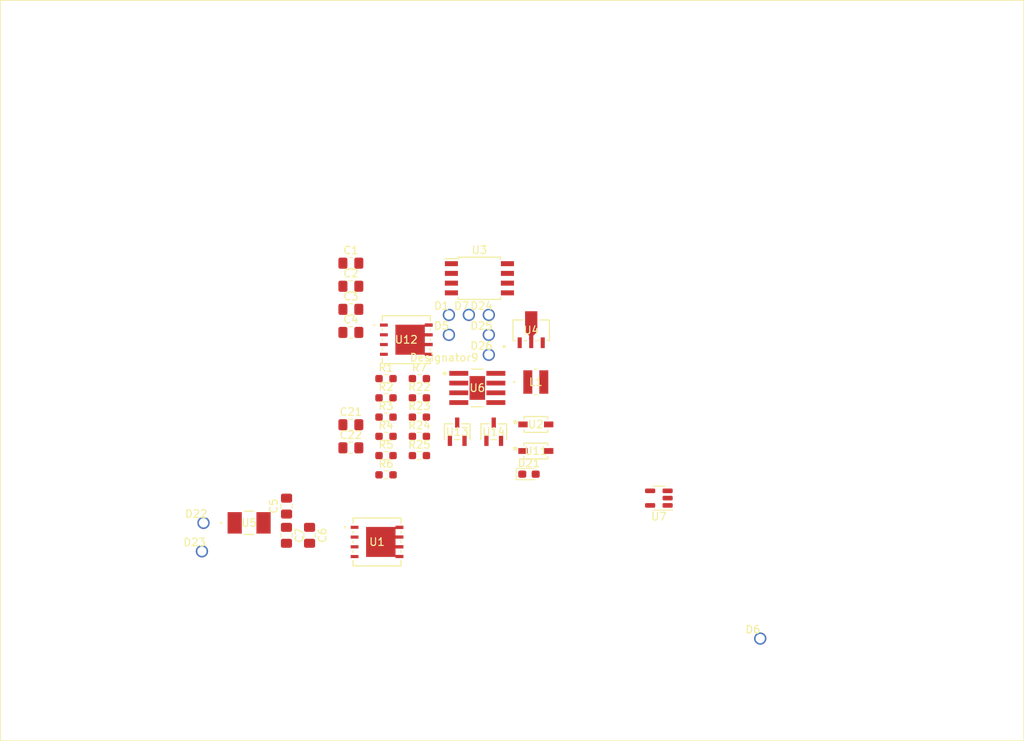
<source format=kicad_pcb>
(kicad_pcb (version 20221018) (generator pcbnew)
  (layers (0 "F.Cu" signal) (31 "B.Cu" signal) (34 "B.Paste" user) (35 "F.Paste" user) (36 "B.SilkS" user "B.Silkscreen") (37 "F.SilkS" user "F.Silkscreen") (38 "B.Mask" user) (39 "F.Mask" user) (44 "Edge.Cuts" user))
  (net 0 "")
  (net 1 "GND1")
  (net 2 "Net-(D22-Conn)")
  (net 3 "Net-(U6-BST)")
  (net 4 "Net-(U6-SW)")
  (net 5 "Net-(D21-K)")
  (net 6 "Net-(D21-A)")
  (net 7 "Net-(U7-+)")
  (net 8 "Net-(U3-PB2)")
  (net 9 "Net-(U11-CATHODE)")
  (net 10 "Net-(U13-D)")
  (net 11 "Net-(D25-Conn)")
  (net 12 "Net-(D24-Conn)")
  (net 13 "Net-(D5-Conn)")
  (net 14 "Net-(U6-EN_UVLO)")
  (net 15 "Net-(U3-VCC)")
  (net 16 "Net-(D6-Conn)")
  (net 17 "Net-(U1-G)")
  (net 18 "Net-(U6-RON)")
  (net 19 "Net-(U6-FB)")
  (net 20 "Net-(U11-ANODE)")
  (net 21 "Net-(U3-XTAL2{slash}PB4)")
  (footprint "Package_SO:SOIC-8W_5.3x5.3mm_P1.27mm" (layer "F.Cu") (at 125.9184 89.5728)
    (fp_text reference "U3" (at 0 -3.68) (layer "F.SilkS"))
    (fp_text value "ATtiny25-20S")
    (fp_line (start -2.75 -2.755) (end -2.75 -2.55) (stroke (width 0.15)) (layer "F.SilkS"))
    (fp_line (start -2.75 -2.755) (end 2.75 -2.755) (stroke (width 0.15)) (layer "F.SilkS"))
    (fp_line (start -2.75 -2.55) (end -4.5 -2.55) (stroke (width 0.15)) (layer "F.SilkS"))
    (fp_line (start -2.75 2.755) (end -2.75 2.455) (stroke (width 0.15)) (layer "F.SilkS"))
    (fp_line (start -2.75 2.755) (end 2.75 2.755) (stroke (width 0.15)) (layer "F.SilkS"))
    (fp_line (start 2.75 -2.755) (end 2.75 -2.455) (stroke (width 0.15)) (layer "F.SilkS"))
    (fp_line (start 2.75 2.755) (end 2.75 2.455) (stroke (width 0.15)) (layer "F.SilkS"))
    (pad "1" smd rect (at -3.65 -1.905) (size 1.7 0.65) (layers "F.Cu" "F.Paste" "F.Mask"))
    (pad "2" smd rect (at -3.65 -0.635) (size 1.7 0.65) (layers "F.Cu" "F.Paste" "F.Mask") (net 11 "Net-(D25-Conn)"))
    (pad "3" smd rect (at -3.65 0.635) (size 1.7 0.65) (layers "F.Cu" "F.Paste" "F.Mask") (net 21 "Net-(U3-XTAL2{slash}PB4)"))
    (pad "4" smd rect (at -3.65 1.905) (size 1.7 0.65) (layers "F.Cu" "F.Paste" "F.Mask"))
    (pad "5" smd rect (at 3.65 1.905) (size 1.7 0.65) (layers "F.Cu" "F.Paste" "F.Mask"))
    (pad "6" smd rect (at 3.65 0.635) (size 1.7 0.65) (layers "F.Cu" "F.Paste" "F.Mask"))
    (pad "7" smd rect (at 3.65 -0.635) (size 1.7 0.65) (layers "F.Cu" "F.Paste" "F.Mask") (net 8 "Net-(U3-PB2)"))
    (pad "8" smd rect (at 3.65 -1.905) (size 1.7 0.65) (layers "F.Cu" "F.Paste" "F.Mask") (net 15 "Net-(U3-VCC)"))
  )
  (footprint "Wire_holes:WireHole_1p2" (layer "F.Cu") (at 89.7636 125.1712)
    (fp_text reference "D23" (at -0.95298 -1.169382 unlocked) (layer "F.SilkS"))
    (fp_text value "WireHole_1p5")
    (pad "1" thru_hole circle (at 0 0) (size 1.6 1.6) (drill 1.2) (layers "*.Cu" "*.Mask") (net 1 "GND1"))
  )
  (footprint "Resistor_SMD:R_0603_1608Metric_Pad0.98x0.95mm_HandSolder" (layer "F.Cu") (at 118.0984 105.1628)
    (fp_text reference "R22" (at 0 -1.43) (layer "F.SilkS"))
    (fp_text value "R")
    (fp_line (start -0.254724 -0.5225) (end 0.254724 -0.5225) (stroke (width 0.12)) (layer "F.SilkS"))
    (fp_line (start -0.254724 0.5225) (end 0.254724 0.5225) (stroke (width 0.12)) (layer "F.SilkS"))
    (pad "1" smd roundrect (at -0.9125 0) (size 0.975 0.95) (layers "F.Cu" "F.Paste" "F.Mask") (net 9 "Net-(U11-CATHODE)"))
    (pad "2" smd roundrect (at 0.9125 0) (size 0.975 0.95) (layers "F.Cu" "F.Paste" "F.Mask") (net 10 "Net-(U13-D)"))
  )
  (footprint "ul_ZXTR2005ZQ-13:SOT-89_4P5X2P45_DIO" (layer "F.Cu") (at 132.666601 96.3545)
    (fp_text reference "U4" (at 0 0 unlocked) (layer "F.SilkS"))
    (fp_text value "ZXTR2005ZQ-13")
    (fp_poly (pts (xy -0.2667 1.2192) (xy -0.2667 0.6985) (xy -0.8001 0.1905) (xy -0.8001 -2.4765) (xy -0.41275 -2.4765) (xy 0.41275 -2.4765) (xy 0.8001 -2.4765) (xy 0.8001 0.1905) (xy 0.2667 0.6985) (xy 0.2667 1.2192)) (fill solid) (layer "F.Cu"))
    (fp_line (start -2.377001 -1.3462) (end -2.377001 1.3462) (stroke (width 0.1524)) (layer "F.SilkS"))
    (fp_line (start -2.377001 1.3462) (end -2.09944 1.3462) (stroke (width 0.1524)) (layer "F.SilkS"))
    (fp_line (start -1.13284 -1.3462) (end -2.377001 -1.3462) (stroke (width 0.1524)) (layer "F.SilkS"))
    (fp_line (start -0.90056 1.3462) (end -0.59944 1.3462) (stroke (width 0.1524)) (layer "F.SilkS"))
    (fp_line (start 0.59944 1.3462) (end 0.90056 1.3462) (stroke (width 0.1524)) (layer "F.SilkS"))
    (fp_line (start 2.09944 1.3462) (end 2.377001 1.3462) (stroke (width 0.1524)) (layer "F.SilkS"))
    (fp_line (start 2.377001 -1.3462) (end 1.13284 -1.3462) (stroke (width 0.1524)) (layer "F.SilkS"))
    (fp_line (start 2.377001 1.3462) (end 2.377001 -1.3462) (stroke (width 0.1524)) (layer "F.SilkS"))
    (fp_circle (center -3.520001 2.1209) (end -3.393001 2.1209) (stroke (width 0.1524)) (fill none) (layer "F.SilkS"))
    (pad "1" smd rect (at -1.5 1.6256) (size 0.5334 1.397) (layers "F.Cu" "F.Paste" "F.Mask") (net 1 "GND1"))
    (pad "2" smd rect (at 0 1.6256) (size 0.5334 1.397) (layers "F.Cu" "F.Paste" "F.Mask") (net 16 "Net-(D6-Conn)"))
    (pad "3" smd rect (at 1.5 1.6256) (size 0.5334 1.397) (layers "F.Cu" "F.Paste" "F.Mask") (net 15 "Net-(U3-VCC)"))
  )
  (footprint "ul_AO3401A:SOT-23-3L_AOS" (layer "F.Cu") (at 127.7822 109.5822)
    (fp_text reference "U14" (at 0 0 unlocked) (layer "F.SilkS"))
    (fp_text value "AO3401A")
    (fp_line (start -1.6764 -1.0287) (end -1.6764 1.0287) (stroke (width 0.1524)) (layer "F.SilkS"))
    (fp_line (start -0.61214 -1.0287) (end -1.6764 -1.0287) (stroke (width 0.1524)) (layer "F.SilkS"))
    (fp_line (start -0.34036 1.0287) (end 0.34036 1.0287) (stroke (width 0.1524)) (layer "F.SilkS"))
    (fp_line (start 1.6764 -1.0287) (end 0.61214 -1.0287) (stroke (width 0.1524)) (layer "F.SilkS"))
    (fp_line (start 1.6764 1.0287) (end 1.6764 -1.0287) (stroke (width 0.1524)) (layer "F.SilkS"))
    (pad "1" smd rect (at -0.9525 1.1938) (size 0.5588 1.3208) (layers "F.Cu" "F.Paste" "F.Mask") (net 11 "Net-(D25-Conn)"))
    (pad "2" smd rect (at 0.9525 1.1938) (size 0.5588 1.3208) (layers "F.Cu" "F.Paste" "F.Mask") (net 1 "GND1"))
    (pad "3" smd rect (at 0 -1.1938) (size 0.5588 1.3208) (layers "F.Cu" "F.Paste" "F.Mask") (net 5 "Net-(D21-K)"))
  )
  (footprint "ul_FBMH4525HM162NT:FBMH4525HM162NT_TAY" (layer "F.Cu") (at 95.9104 121.4628)
    (fp_text reference "U5" (at 0 0 unlocked) (layer "F.SilkS"))
    (fp_text value "FBMH4525HM162NT")
    (fp_line (start -0.64495 1.524) (end 0.64495 1.524) (stroke (width 0.1524)) (layer "F.SilkS"))
    (fp_line (start 0.64495 -1.524) (end -0.64495 -1.524) (stroke (width 0.1524)) (layer "F.SilkS"))
    (fp_circle (center -3.6449 0) (end -3.5687 0) (stroke (width 0.1524)) (fill none) (layer "F.SilkS"))
    (pad "1" smd rect (at -1.8796 0) (size 1.8542 2.794) (layers "F.Cu" "F.Paste" "F.Mask") (net 2 "Net-(D22-Conn)"))
    (pad "2" smd rect (at 1.8796 0) (size 1.8542 2.794) (layers "F.Cu" "F.Paste" "F.Mask") (net 14 "Net-(U6-EN_UVLO)"))
  )
  (footprint "Resistor_SMD:R_0603_1608Metric_Pad0.98x0.95mm_HandSolder" (layer "F.Cu") (at 113.7484 112.6928)
    (fp_text reference "R5" (at 0 -1.43) (layer "F.SilkS"))
    (fp_text value "R")
    (fp_line (start -0.254724 -0.5225) (end 0.254724 -0.5225) (stroke (width 0.12)) (layer "F.SilkS"))
    (fp_line (start -0.254724 0.5225) (end 0.254724 0.5225) (stroke (width 0.12)) (layer "F.SilkS"))
    (pad "1" smd roundrect (at -0.9125 0) (size 0.975 0.95) (layers "F.Cu" "F.Paste" "F.Mask") (net 8 "Net-(U3-PB2)"))
    (pad "2" smd roundrect (at 0.9125 0) (size 0.975 0.95) (layers "F.Cu" "F.Paste" "F.Mask") (net 1 "GND1"))
  )
  (footprint "Wire_holes:WireHole_1p2" (layer "F.Cu") (at 127.1434 99.5478)
    (fp_text reference "D26" (at -0.95298 -1.169382 unlocked) (layer "F.SilkS"))
    (fp_text value "WireHole_1p5")
    (pad "1" thru_hole circle (at 0 0) (size 1.6 1.6) (drill 1.2) (layers "*.Cu" "*.Mask") (net 5 "Net-(D21-K)"))
  )
  (footprint "Resistor_SMD:R_0603_1608Metric_Pad0.98x0.95mm_HandSolder" (layer "F.Cu") (at 113.7484 107.6728)
    (fp_text reference "R3" (at 0 -1.43) (layer "F.SilkS"))
    (fp_text value "R")
    (fp_line (start -0.254724 -0.5225) (end 0.254724 -0.5225) (stroke (width 0.12)) (layer "F.SilkS"))
    (fp_line (start -0.254724 0.5225) (end 0.254724 0.5225) (stroke (width 0.12)) (layer "F.SilkS"))
    (pad "1" smd roundrect (at -0.9125 0) (size 0.975 0.95) (layers "F.Cu" "F.Paste" "F.Mask") (net 16 "Net-(D6-Conn)"))
    (pad "2" smd roundrect (at 0.9125 0) (size 0.975 0.95) (layers "F.Cu" "F.Paste" "F.Mask") (net 7 "Net-(U7-+)"))
  )
  (footprint "Resistor_SMD:R_0603_1608Metric_Pad0.98x0.95mm_HandSolder" (layer "F.Cu") (at 113.7484 110.1828)
    (fp_text reference "R4" (at 0 -1.43) (layer "F.SilkS"))
    (fp_text value "R")
    (fp_line (start -0.254724 -0.5225) (end 0.254724 -0.5225) (stroke (width 0.12)) (layer "F.SilkS"))
    (fp_line (start -0.254724 0.5225) (end 0.254724 0.5225) (stroke (width 0.12)) (layer "F.SilkS"))
    (pad "1" smd roundrect (at -0.9125 0) (size 0.975 0.95) (layers "F.Cu" "F.Paste" "F.Mask") (net 19 "Net-(U6-FB)"))
    (pad "2" smd roundrect (at 0.9125 0) (size 0.975 0.95) (layers "F.Cu" "F.Paste" "F.Mask") (net 1 "GND1"))
  )
  (footprint "Package_TO_SOT_SMD:SOT-23-5" (layer "F.Cu") (at 149.3012 118.237 180)
    (fp_text reference "U7" (at 0 -2.4 180) (layer "F.SilkS"))
    (fp_text value "INA168")
    (fp_line (start 0 -1.56) (end -1.8 -1.56) (stroke (width 0.12)) (layer "F.SilkS"))
    (fp_line (start 0 -1.56) (end 0.8 -1.56) (stroke (width 0.12)) (layer "F.SilkS"))
    (fp_line (start 0 1.56) (end -0.8 1.56) (stroke (width 0.12)) (layer "F.SilkS"))
    (fp_line (start 0 1.56) (end 0.8 1.56) (stroke (width 0.12)) (layer "F.SilkS"))
    (pad "1" smd roundrect locked (at -1.1375 -0.95 180) (size 1.325 0.6) (layers "F.Cu" "F.Paste" "F.Mask") (net 19 "Net-(U6-FB)"))
    (pad "2" smd roundrect locked (at -1.1375 0 180) (size 1.325 0.6) (layers "F.Cu" "F.Paste" "F.Mask") (net 1 "GND1"))
    (pad "3" smd roundrect locked (at -1.1375 0.95 180) (size 1.325 0.6) (layers "F.Cu" "F.Paste" "F.Mask") (net 7 "Net-(U7-+)"))
    (pad "4" smd roundrect locked (at 1.1375 0.95 180) (size 1.325 0.6) (layers "F.Cu" "F.Paste" "F.Mask") (net 16 "Net-(D6-Conn)"))
    (pad "5" smd roundrect locked (at 1.1375 -0.95 180) (size 1.325 0.6) (layers "F.Cu" "F.Paste" "F.Mask") (net 7 "Net-(U7-+)"))
  )
  (footprint "ul_SI7489DP-T1-E3:MOSFET_65DP-T1-E3_VIS" (layer "F.Cu") (at 112.5728 123.952)
    (fp_text reference "U1" (at 0 0 unlocked) (layer "F.SilkS"))
    (fp_text value "SI7489DP-T1-E3")
    (fp_poly (pts (xy -1.4224 -1.9558) (xy 2.413 -1.9558) (xy 2.413 -2.1082) (xy 3.429 -2.1082) (xy 3.429 -1.7018) (xy 2.413 -1.7018) (xy 2.413 -0.8382) (xy 3.429 -0.8382) (xy 3.429 -0.4318) (xy 2.413 -0.4318) (xy 2.413 0.4318) (xy 3.429 0.4318) (xy 3.429 0.8382) (xy 2.413 0.8382) (xy 2.413 1.7018) (xy 3.429 1.7018) (xy 3.429 2.1082) (xy 2.413 2.1082) (xy 2.413 1.9558) (xy -1.4224 1.9558)) (fill solid) (layer "F.Cu"))
    (fp_line (start -3.1242 -3.1242) (end -3.1242 -2.44094) (stroke (width 0.1524)) (layer "F.SilkS"))
    (fp_line (start -3.1242 -1.36906) (end -3.1242 -1.17094) (stroke (width 0.1524)) (layer "F.SilkS"))
    (fp_line (start -3.1242 -0.09906) (end -3.1242 0.09906) (stroke (width 0.1524)) (layer "F.SilkS"))
    (fp_line (start -3.1242 1.17094) (end -3.1242 1.36906) (stroke (width 0.1524)) (layer "F.SilkS"))
    (fp_line (start -3.1242 2.44094) (end -3.1242 3.1242) (stroke (width 0.1524)) (layer "F.SilkS"))
    (fp_line (start -3.1242 3.1242) (end 3.1242 3.1242) (stroke (width 0.1524)) (layer "F.SilkS"))
    (fp_line (start 3.1242 -3.1242) (end -3.1242 -3.1242) (stroke (width 0.1524)) (layer "F.SilkS"))
    (fp_line (start 3.1242 -2.44094) (end 3.1242 -3.1242) (stroke (width 0.1524)) (layer "F.SilkS"))
    (fp_line (start 3.1242 -1.17094) (end 3.1242 -1.36906) (stroke (width 0.1524)) (layer "F.SilkS"))
    (fp_line (start 3.1242 0.09906) (end 3.1242 -0.09906) (stroke (width 0.1524)) (layer "F.SilkS"))
    (fp_line (start 3.1242 1.36906) (end 3.1242 1.17094) (stroke (width 0.1524)) (layer "F.SilkS"))
    (fp_line (start 3.1242 3.1242) (end 3.1242 2.44094) (stroke (width 0.1524)) (layer "F.SilkS"))
    (fp_circle (center -4.1656 -1.905) (end -4.0894 -1.905) (stroke (width 0.1524)) (fill none) (layer "F.SilkS"))
    (pad "1" smd rect (at -2.921 -1.905) (size 1.016 0.4064) (layers "F.Cu" "F.Paste" "F.Mask") (net 20 "Net-(U11-ANODE)"))
    (pad "2" smd rect (at -2.921 -0.635) (size 1.016 0.4064) (layers "F.Cu" "F.Paste" "F.Mask") (net 20 "Net-(U11-ANODE)"))
    (pad "3" smd rect (at -2.921 0.635) (size 1.016 0.4064) (layers "F.Cu" "F.Paste" "F.Mask") (net 20 "Net-(U11-ANODE)"))
    (pad "4" smd rect (at -2.921 1.905) (size 1.016 0.4064) (layers "F.Cu" "F.Paste" "F.Mask") (net 17 "Net-(U1-G)"))
    (pad "5" smd rect (at 2.921 1.905) (size 1.016 0.4064) (layers "F.Cu" "F.Paste" "F.Mask") (net 14 "Net-(U6-EN_UVLO)"))
    (pad "6" smd rect (at 2.921 0.635) (size 1.016 0.4064) (layers "F.Cu" "F.Paste" "F.Mask") (net 14 "Net-(U6-EN_UVLO)"))
    (pad "7" smd rect (at 2.921 -0.635) (size 1.016 0.4064) (layers "F.Cu" "F.Paste" "F.Mask") (net 14 "Net-(U6-EN_UVLO)"))
    (pad "8" smd rect (at 2.921 -1.905) (size 1.016 0.4064) (layers "F.Cu" "F.Paste" "F.Mask") (net 14 "Net-(U6-EN_UVLO)"))
  )
  (footprint "Wire_holes:WireHole_1p2" (layer "F.Cu") (at 162.5092 136.5504)
    (fp_text reference "D6" (at -0.95298 -1.169382 unlocked) (layer "F.SilkS"))
    (fp_text value "WireHole_1p5")
    (pad "1" thru_hole circle (at 0 0) (size 1.6 1.6) (drill 1.2) (layers "*.Cu" "*.Mask") (net 16 "Net-(D6-Conn)"))
  )
  (footprint "Resistor_SMD:R_0603_1608Metric_Pad0.98x0.95mm_HandSolder" (layer "F.Cu") (at 118.0984 107.6728)
    (fp_text reference "R23" (at 0 -1.43) (layer "F.SilkS"))
    (fp_text value "R")
    (fp_line (start -0.254724 -0.5225) (end 0.254724 -0.5225) (stroke (width 0.12)) (layer "F.SilkS"))
    (fp_line (start -0.254724 0.5225) (end 0.254724 0.5225) (stroke (width 0.12)) (layer "F.SilkS"))
    (pad "1" smd roundrect (at -0.9125 0) (size 0.975 0.95) (layers "F.Cu" "F.Paste" "F.Mask") (net 6 "Net-(D21-A)"))
    (pad "2" smd roundrect (at 0.9125 0) (size 0.975 0.95) (layers "F.Cu" "F.Paste" "F.Mask") (net 15 "Net-(U3-VCC)"))
  )
  (footprint "ul_LM5164DDAT:DDA0008E-IPC_A" (layer "F.Cu") (at 125.6434 103.8728)
    (fp_text reference "U6" (at 0 0 unlocked) (layer "F.SilkS"))
    (fp_text value "LM5164DDAT")
    (fp_text user "Designator9" (at -4.318 -3.9624 unlocked) (layer "F.SilkS"))
    (fp_line (start -0.750001 -2.45) (end 0.750001 -2.45) (stroke (width 0.15)) (layer "F.SilkS"))
    (fp_line (start -0.750001 2.45) (end 0.750001 2.45) (stroke (width 0.15)) (layer "F.SilkS"))
    (fp_circle (center -4.249999 -1.905) (end -4.124998 -1.905) (stroke (width 0.25)) (fill none) (layer "F.SilkS"))
    (pad "1" smd rect (at -2.416066 -1.905) (size 2.474067 0.622132) (layers "F.Cu" "F.Paste" "F.Mask") (net 1 "GND1"))
    (pad "2" smd rect (at -2.416066 -0.635) (size 2.474067 0.622132) (layers "F.Cu" "F.Paste" "F.Mask") (net 14 "Net-(U6-EN_UVLO)"))
    (pad "3" smd rect (at -2.416066 0.635) (size 2.474067 0.622132) (layers "F.Cu" "F.Paste" "F.Mask") (net 14 "Net-(U6-EN_UVLO)"))
    (pad "4" smd rect (at -2.416066 1.905) (size 2.474067 0.622132) (layers "F.Cu" "F.Paste" "F.Mask") (net 18 "Net-(U6-RON)"))
    (pad "5" smd rect (at 2.416066 1.905) (size 2.474067 0.622132) (layers "F.Cu" "F.Paste" "F.Mask") (net 19 "Net-(U6-FB)"))
    (pad "6" smd rect (at 2.416066 0.635) (size 2.474067 0.622132) (layers "F.Cu" "F.Paste" "F.Mask"))
    (pad "7" smd rect (at 2.416066 -0.635) (size 2.474067 0.622132) (layers "F.Cu" "F.Paste" "F.Mask") (net 3 "Net-(U6-BST)"))
    (pad "8" smd rect (at 2.416066 -1.905) (size 2.474067 0.622132) (layers "F.Cu" "F.Paste" "F.Mask") (net 4 "Net-(U6-SW)"))
    (pad "9" smd rect (at 0 0) (size 2.025 3.099999) (layers "F.Cu" "F.Mask") (net 1 "GND1"))
  )
  (footprint "ul_VLS3012HBX-3R3M:IND_VLS3012HBX-3R3M_TDK-L" (layer "F.Cu") (at 133.2652 103.1004)
    (fp_text reference "L1" (at 0 0 unlocked) (layer "F.SilkS"))
    (fp_text value "L")
    (fp_line (start -0.161413 1.6764) (end 0.161413 1.6764) (stroke (width 0.1524)) (layer "F.SilkS"))
    (fp_line (start 0.161413 -1.6764) (end -0.161413 -1.6764) (stroke (width 0.1524)) (layer "F.SilkS"))
    (fp_circle (center -2.8194 0) (end -2.7432 0) (stroke (width 0.1524)) (fill none) (layer "F.SilkS"))
    (pad "1" smd rect (at -1.0414 0 90) (size 3.048 1.1684) (layers "F.Cu" "F.Paste" "F.Mask") (net 4 "Net-(U6-SW)"))
    (pad "2" smd rect (at 1.0414 0 90) (size 3.048 1.1684) (layers "F.Cu" "F.Paste" "F.Mask") (net 7 "Net-(U7-+)"))
  )
  (footprint "ul_SI7489DP-T1-E3:MOSFET_65DP-T1-E3_VIS" (layer "F.Cu") (at 116.3914 97.58)
    (fp_text reference "U12" (at 0 0 unlocked) (layer "F.SilkS"))
    (fp_text value "SI7489DP-T1-E3")
    (fp_poly (pts (xy -1.4224 -1.9558) (xy 2.413 -1.9558) (xy 2.413 -2.1082) (xy 3.429 -2.1082) (xy 3.429 -1.7018) (xy 2.413 -1.7018) (xy 2.413 -0.8382) (xy 3.429 -0.8382) (xy 3.429 -0.4318) (xy 2.413 -0.4318) (xy 2.413 0.4318) (xy 3.429 0.4318) (xy 3.429 0.8382) (xy 2.413 0.8382) (xy 2.413 1.7018) (xy 3.429 1.7018) (xy 3.429 2.1082) (xy 2.413 2.1082) (xy 2.413 1.9558) (xy -1.4224 1.9558)) (fill solid) (layer "F.Cu"))
    (fp_line (start -3.1242 -3.1242) (end -3.1242 -2.44094) (stroke (width 0.1524)) (layer "F.SilkS"))
    (fp_line (start -3.1242 -1.36906) (end -3.1242 -1.17094) (stroke (width 0.1524)) (layer "F.SilkS"))
    (fp_line (start -3.1242 -0.09906) (end -3.1242 0.09906) (stroke (width 0.1524)) (layer "F.SilkS"))
    (fp_line (start -3.1242 1.17094) (end -3.1242 1.36906) (stroke (width 0.1524)) (layer "F.SilkS"))
    (fp_line (start -3.1242 2.44094) (end -3.1242 3.1242) (stroke (width 0.1524)) (layer "F.SilkS"))
    (fp_line (start -3.1242 3.1242) (end 3.1242 3.1242) (stroke (width 0.1524)) (layer "F.SilkS"))
    (fp_line (start 3.1242 -3.1242) (end -3.1242 -3.1242) (stroke (width 0.1524)) (layer "F.SilkS"))
    (fp_line (start 3.1242 -2.44094) (end 3.1242 -3.1242) (stroke (width 0.1524)) (layer "F.SilkS"))
    (fp_line (start 3.1242 -1.17094) (end 3.1242 -1.36906) (stroke (width 0.1524)) (layer "F.SilkS"))
    (fp_line (start 3.1242 0.09906) (end 3.1242 -0.09906) (stroke (width 0.1524)) (layer "F.SilkS"))
    (fp_line (start 3.1242 1.36906) (end 3.1242 1.17094) (stroke (width 0.1524)) (layer "F.SilkS"))
    (fp_line (start 3.1242 3.1242) (end 3.1242 2.44094) (stroke (width 0.1524)) (layer "F.SilkS"))
    (fp_circle (center -4.1656 -1.905) (end -4.0894 -1.905) (stroke (width 0.1524)) (fill none) (layer "F.SilkS"))
    (pad "1" smd rect (at -2.921 -1.905) (size 1.016 0.4064) (layers "F.Cu" "F.Paste" "F.Mask") (net 20 "Net-(U11-ANODE)"))
    (pad "2" smd rect (at -2.921 -0.635) (size 1.016 0.4064) (layers "F.Cu" "F.Paste" "F.Mask") (net 20 "Net-(U11-ANODE)"))
    (pad "3" smd rect (at -2.921 0.635) (size 1.016 0.4064) (layers "F.Cu" "F.Paste" "F.Mask") (net 20 "Net-(U11-ANODE)"))
    (pad "4" smd rect (at -2.921 1.905) (size 1.016 0.4064) (layers "F.Cu" "F.Paste" "F.Mask") (net 9 "Net-(U11-CATHODE)"))
    (pad "5" smd rect (at 2.921 1.905) (size 1.016 0.4064) (layers "F.Cu" "F.Paste" "F.Mask") (net 12 "Net-(D24-Conn)"))
    (pad "6" smd rect (at 2.921 0.635) (size 1.016 0.4064) (layers "F.Cu" "F.Paste" "F.Mask") (net 12 "Net-(D24-Conn)"))
    (pad "7" smd rect (at 2.921 -0.635) (size 1.016 0.4064) (layers "F.Cu" "F.Paste" "F.Mask") (net 12 "Net-(D24-Conn)"))
    (pad "8" smd rect (at 2.921 -1.905) (size 1.016 0.4064) (layers "F.Cu" "F.Paste" "F.Mask") (net 12 "Net-(D24-Conn)"))
  )
  (footprint "Capacitor_SMD:C_0805_2012Metric_Pad1.18x1.45mm_HandSolder" (layer "F.Cu") (at 109.1684 108.6728)
    (fp_text reference "C21" (at 0 -1.68) (layer "F.SilkS"))
    (fp_text value "C")
    (fp_line (start -0.261252 -0.735) (end 0.261252 -0.735) (stroke (width 0.12)) (layer "F.SilkS"))
    (fp_line (start -0.261252 0.735) (end 0.261252 0.735) (stroke (width 0.12)) (layer "F.SilkS"))
    (pad "1" smd roundrect (at -1.0375 0) (size 1.175 1.45) (layers "F.Cu" "F.Paste" "F.Mask") (roundrect_rratio 0.212766) (net 15 "Net-(U3-VCC)"))
    (pad "2" smd roundrect (at 1.0375 0) (size 1.175 1.45) (layers "F.Cu" "F.Paste" "F.Mask") (roundrect_rratio 0.212766) (net 1 "GND1"))
  )
  (footprint "Capacitor_SMD:C_0805_2012Metric_Pad1.18x1.45mm_HandSolder" (layer "F.Cu") (at 109.1684 93.6228)
    (fp_text reference "C3" (at 0 -1.68) (layer "F.SilkS"))
    (fp_text value "C")
    (fp_line (start -0.261252 -0.735) (end 0.261252 -0.735) (stroke (width 0.12)) (layer "F.SilkS"))
    (fp_line (start -0.261252 0.735) (end 0.261252 0.735) (stroke (width 0.12)) (layer "F.SilkS"))
    (pad "1" smd roundrect (at -1.0375 0) (size 1.175 1.45) (layers "F.Cu" "F.Paste" "F.Mask") (roundrect_rratio 0.212766) (net 8 "Net-(U3-PB2)"))
    (pad "2" smd roundrect (at 1.0375 0) (size 1.175 1.45) (layers "F.Cu" "F.Paste" "F.Mask") (roundrect_rratio 0.212766) (net 1 "GND1"))
  )
  (footprint "Resistor_SMD:R_0603_1608Metric_Pad0.98x0.95mm_HandSolder" (layer "F.Cu") (at 113.7484 105.1628)
    (fp_text reference "R2" (at 0 -1.43) (layer "F.SilkS"))
    (fp_text value "R")
    (fp_line (start -0.254724 -0.5225) (end 0.254724 -0.5225) (stroke (width 0.12)) (layer "F.SilkS"))
    (fp_line (start -0.254724 0.5225) (end 0.254724 0.5225) (stroke (width 0.12)) (layer "F.SilkS"))
    (pad "1" smd roundrect (at -0.9125 0) (size 0.975 0.95) (layers "F.Cu" "F.Paste" "F.Mask") (net 18 "Net-(U6-RON)"))
    (pad "2" smd roundrect (at 0.9125 0) (size 0.975 0.95) (layers "F.Cu" "F.Paste" "F.Mask") (net 1 "GND1"))
  )
  (footprint "Resistor_SMD:R_0603_1608Metric_Pad0.98x0.95mm_HandSolder" (layer "F.Cu") (at 118.0984 102.6528)
    (fp_text reference "R7" (at 0 -1.43) (layer "F.SilkS"))
    (fp_text value "R")
    (fp_line (start -0.254724 -0.5225) (end 0.254724 -0.5225) (stroke (width 0.12)) (layer "F.SilkS"))
    (fp_line (start -0.254724 0.5225) (end 0.254724 0.5225) (stroke (width 0.12)) (layer "F.SilkS"))
    (pad "1" smd roundrect (at -0.9125 0) (size 0.975 0.95) (layers "F.Cu" "F.Paste" "F.Mask") (net 21 "Net-(U3-XTAL2{slash}PB4)"))
    (pad "2" smd roundrect (at 0.9125 0) (size 0.975 0.95) (layers "F.Cu" "F.Paste" "F.Mask") (net 13 "Net-(D5-Conn)"))
  )
  (footprint "Resistor_SMD:R_0603_1608Metric_Pad0.98x0.95mm_HandSolder" (layer "F.Cu") (at 118.0984 112.6928)
    (fp_text reference "R25" (at 0 -1.43) (layer "F.SilkS"))
    (fp_text value "R")
    (fp_line (start -0.254724 -0.5225) (end 0.254724 -0.5225) (stroke (width 0.12)) (layer "F.SilkS"))
    (fp_line (start -0.254724 0.5225) (end 0.254724 0.5225) (stroke (width 0.12)) (layer "F.SilkS"))
    (pad "1" smd roundrect (at -0.9125 0) (size 0.975 0.95) (layers "F.Cu" "F.Paste" "F.Mask") (net 5 "Net-(D21-K)"))
    (pad "2" smd roundrect (at 0.9125 0) (size 0.975 0.95) (layers "F.Cu" "F.Paste" "F.Mask") (net 15 "Net-(U3-VCC)"))
  )
  (footprint "Wire_holes:WireHole_1p2" (layer "F.Cu") (at 121.9434 94.3478)
    (fp_text reference "D1" (at -0.95298 -1.169382 unlocked) (layer "F.SilkS"))
    (fp_text value "WireHole_1p5")
    (pad "1" thru_hole circle (at 0 0) (size 1.6 1.6) (drill 1.2) (layers "*.Cu" "*.Mask") (net 1 "GND1"))
  )
  (footprint "Capacitor_SMD:C_0805_2012Metric_Pad1.18x1.45mm_HandSolder" (layer "F.Cu") (at 109.1684 87.6028)
    (fp_text reference "C1" (at 0 -1.68) (layer "F.SilkS"))
    (fp_text value "C")
    (fp_line (start -0.261252 -0.735) (end 0.261252 -0.735) (stroke (width 0.12)) (layer "F.SilkS"))
    (fp_line (start -0.261252 0.735) (end 0.261252 0.735) (stroke (width 0.12)) (layer "F.SilkS"))
    (pad "1" smd roundrect (at -1.0375 0) (size 1.175 1.45) (layers "F.Cu" "F.Paste" "F.Mask") (roundrect_rratio 0.212766) (net 3 "Net-(U6-BST)"))
    (pad "2" smd roundrect (at 1.0375 0) (size 1.175 1.45) (layers "F.Cu" "F.Paste" "F.Mask") (roundrect_rratio 0.212766) (net 4 "Net-(U6-SW)"))
  )
  (footprint "Capacitor_SMD:C_0805_2012Metric_Pad1.18x1.45mm_HandSolder" (layer "F.Cu") (at 109.1684 96.6328)
    (fp_text reference "C4" (at 0 -1.68) (layer "F.SilkS"))
    (fp_text value "C")
    (fp_line (start -0.261252 -0.735) (end 0.261252 -0.735) (stroke (width 0.12)) (layer "F.SilkS"))
    (fp_line (start -0.261252 0.735) (end 0.261252 0.735) (stroke (width 0.12)) (layer "F.SilkS"))
    (pad "1" smd roundrect (at -1.0375 0) (size 1.175 1.45) (layers "F.Cu" "F.Paste" "F.Mask") (roundrect_rratio 0.212766) (net 13 "Net-(D5-Conn)"))
    (pad "2" smd roundrect (at 1.0375 0) (size 1.175 1.45) (layers "F.Cu" "F.Paste" "F.Mask") (roundrect_rratio 0.212766) (net 1 "GND1"))
  )
  (footprint "Wire_holes:WireHole_1p2" (layer "F.Cu") (at 89.9668 121.4628)
    (fp_text reference "D22" (at -0.95298 -1.169382 unlocked) (layer "F.SilkS"))
    (fp_text value "WireHole_1p5")
    (pad "1" thru_hole circle (at 0 0) (size 1.6 1.6) (drill 1.2) (layers "*.Cu" "*.Mask") (net 2 "Net-(D22-Conn)"))
  )
  (footprint "ul_MMSZ4697T1G:SOD-123_ONS" (layer "F.Cu") (at 133.2696 112.0935)
    (fp_text reference "U11" (at 0 0 unlocked) (layer "F.SilkS"))
    (fp_text value "MMSZ4697T1G")
    (fp_text user "*" (at -2.667 0 unlocked) (layer "F.SilkS"))
    (fp_text user "*" (at -2.667 0) (layer "F.SilkS"))
    (fp_line (start -1.5494 -1.0287) (end -1.5494 -0.71374) (stroke (width 0.1524)) (layer "F.SilkS"))
    (fp_line (start -1.5494 0.71374) (end -1.5494 1.0287) (stroke (width 0.1524)) (layer "F.SilkS"))
    (fp_line (start -1.5494 1.0287) (end 1.5494 1.0287) (stroke (width 0.1524)) (layer "F.SilkS"))
    (fp_line (start 1.5494 -1.0287) (end -1.5494 -1.0287) (stroke (width 0.1524)) (layer "F.SilkS"))
    (fp_line (start 1.5494 -0.71374) (end 1.5494 -1.0287) (stroke (width 0.1524)) (layer "F.SilkS"))
    (fp_line (start 1.5494 1.0287) (end 1.5494 0.71374) (stroke (width 0.1524)) (layer "F.SilkS"))
    (pad "1" smd rect (at -1.6764 0) (size 1.2192 0.762) (layers "F.Cu" "F.Paste" "F.Mask") (net 9 "Net-(U11-CATHODE)"))
    (pad "2" smd rect (at 1.6764 0) (size 1.2192 0.762) (layers "F.Cu" "F.Paste" "F.Mask") (net 20 "Net-(U11-ANODE)"))
  )
  (footprint "Capacitor_SMD:C_0805_2012Metric_Pad1.18x1.45mm_HandSolder" (layer "F.Cu") (at 100.7744 123.0884 -90)
    (fp_text reference "C7" (at 0 -1.68 90) (layer "F.SilkS"))
    (fp_text value "C")
    (fp_line (start -0.261252 -0.735) (end 0.261252 -0.735) (stroke (width 0.12)) (layer "F.SilkS"))
    (fp_line (start -0.261252 0.735) (end 0.261252 0.735) (stroke (width 0.12)) (layer "F.SilkS"))
    (pad "1" smd roundrect (at -1.0375 0 270) (size 1.175 1.45) (layers "F.Cu" "F.Paste" "F.Mask") (roundrect_rratio 0.212766) (net 14 "Net-(U6-EN_UVLO)"))
    (pad "2" smd roundrect (at 1.0375 0 270) (size 1.175 1.45) (layers "F.Cu" "F.Paste" "F.Mask") (roundrect_rratio 0.212766) (net 1 "GND1"))
  )
  (footprint "Wire_holes:WireHole_1p2" (layer "F.Cu") (at 127.1434 94.3478)
    (fp_text reference "D24" (at -0.95298 -1.169382 unlocked) (layer "F.SilkS"))
    (fp_text value "WireHole_1p5")
    (pad "1" thru_hole circle (at 0 0) (size 1.6 1.6) (drill 1.2) (layers "*.Cu" "*.Mask") (net 12 "Net-(D24-Conn)"))
  )
  (footprint "Capacitor_SMD:C_0805_2012Metric_Pad1.18x1.45mm_HandSolder" (layer "F.Cu") (at 100.7872 119.2784 90)
    (fp_text reference "C5" (at 0 -1.68 90) (layer "F.SilkS"))
    (fp_text value "C")
    (fp_line (start -0.261252 -0.735) (end 0.261252 -0.735) (stroke (width 0.12)) (layer "F.SilkS"))
    (fp_line (start -0.261252 0.735) (end 0.261252 0.735) (stroke (width 0.12)) (layer "F.SilkS"))
    (pad "1" smd roundrect (at -1.0375 0 90) (size 1.175 1.45) (layers "F.Cu" "F.Paste" "F.Mask") (roundrect_rratio 0.212766) (net 14 "Net-(U6-EN_UVLO)"))
    (pad "2" smd roundrect (at 1.0375 0 90) (size 1.175 1.45) (layers "F.Cu" "F.Paste" "F.Mask") (roundrect_rratio 0.212766) (net 1 "GND1"))
  )
  (footprint "ul_AO3401A:SOT-23-3L_AOS" (layer "F.Cu") (at 123.023 109.5822)
    (fp_text reference "U13" (at 0 0 unlocked) (layer "F.SilkS"))
    (fp_text value "AO3401A")
    (fp_line (start -1.6764 -1.0287) (end -1.6764 1.0287) (stroke (width 0.1524)) (layer "F.SilkS"))
    (fp_line (start -0.61214 -1.0287) (end -1.6764 -1.0287) (stroke (width 0.1524)) (layer "F.SilkS"))
    (fp_line (start -0.34036 1.0287) (end 0.34036 1.0287) (stroke (width 0.1524)) (layer "F.SilkS"))
    (fp_line (start 1.6764 -1.0287) (end 0.61214 -1.0287) (stroke (width 0.1524)) (layer "F.SilkS"))
    (fp_line (start 1.6764 1.0287) (end 1.6764 -1.0287) (stroke (width 0.1524)) (layer "F.SilkS"))
    (pad "1" smd rect (at -0.9525 1.1938) (size 0.5588 1.3208) (layers "F.Cu" "F.Paste" "F.Mask") (net 11 "Net-(D25-Conn)"))
    (pad "2" smd rect (at 0.9525 1.1938) (size 0.5588 1.3208) (layers "F.Cu" "F.Paste" "F.Mask") (net 1 "GND1"))
    (pad "3" smd rect (at 0 -1.1938) (size 0.5588 1.3208) (layers "F.Cu" "F.Paste" "F.Mask") (net 10 "Net-(U13-D)"))
  )
  (footprint "Wire_holes:WireHole_1p2" (layer "F.Cu") (at 124.5434 94.3478)
    (fp_text reference "D7" (at -0.95298 -1.169382 unlocked) (layer "F.SilkS"))
    (fp_text value "WireHole_1p5")
    (pad "1" thru_hole circle (at 0 0) (size 1.6 1.6) (drill 1.2) (layers "*.Cu" "*.Mask") (net 1 "GND1"))
  )
  (footprint "Capacitor_SMD:C_0805_2012Metric_Pad1.18x1.45mm_HandSolder" (layer "F.Cu") (at 109.1684 111.6828)
    (fp_text reference "C22" (at 0 -1.68) (layer "F.SilkS"))
    (fp_text value "C")
    (fp_line (start -0.261252 -0.735) (end 0.261252 -0.735) (stroke (width 0.12)) (layer "F.SilkS"))
    (fp_line (start -0.261252 0.735) (end 0.261252 0.735) (stroke (width 0.12)) (layer "F.SilkS"))
    (pad "1" smd roundrect (at -1.0375 0) (size 1.175 1.45) (layers "F.Cu" "F.Paste" "F.Mask") (roundrect_rratio 0.212766) (net 16 "Net-(D6-Conn)"))
    (pad "2" smd roundrect (at 1.0375 0) (size 1.175 1.45) (layers "F.Cu" "F.Paste" "F.Mask") (roundrect_rratio 0.212766) (net 1 "GND1"))
  )
  (footprint "LED_SMD:LED_0603_1608Metric_Pad1.05x0.95mm_HandSolder" (layer "F.Cu") (at 132.3734 115.1128)
    (fp_text reference "D21" (at 0 -1.43) (layer "F.SilkS"))
    (fp_text value "LED")
    (fp_line (start -1.66 -0.735) (end -1.66 0.735) (stroke (width 0.12)) (layer "F.SilkS"))
    (fp_line (start -1.66 0.735) (end 0.8 0.735) (stroke (width 0.12)) (layer "F.SilkS"))
    (fp_line (start 0.8 -0.735) (end -1.66 -0.735) (stroke (width 0.12)) (layer "F.SilkS"))
    (pad "1" smd roundrect (at -0.875 0) (size 1.05 0.95) (layers "F.Cu" "F.Paste" "F.Mask") (net 5 "Net-(D21-K)"))
    (pad "2" smd roundrect (at 0.875 0) (size 1.05 0.95) (layers "F.Cu" "F.Paste" "F.Mask") (net 6 "Net-(D21-A)"))
  )
  (footprint "Wire_holes:WireHole_1p2" (layer "F.Cu") (at 127.1434 96.9478)
    (fp_text reference "D25" (at -0.95298 -1.169382 unlocked) (layer "F.SilkS"))
    (fp_text value "WireHole_1p5")
    (pad "1" thru_hole circle (at 0 0) (size 1.6 1.6) (drill 1.2) (layers "*.Cu" "*.Mask") (net 11 "Net-(D25-Conn)"))
  )
  (footprint "Resistor_SMD:R_0603_1608Metric_Pad0.98x0.95mm_HandSolder" (layer "F.Cu") (at 113.7484 102.6528)
    (fp_text reference "R1" (at 0 -1.43) (layer "F.SilkS"))
    (fp_text value "R")
    (fp_line (start -0.254724 -0.5225) (end 0.254724 -0.5225) (stroke (width 0.12)) (layer "F.SilkS"))
    (fp_line (start -0.254724 0.5225) (end 0.254724 0.5225) (stroke (width 0.12)) (layer "F.SilkS"))
    (pad "1" smd roundrect (at -0.9125 0) (size 0.975 0.95) (layers "F.Cu" "F.Paste" "F.Mask") (net 17 "Net-(U1-G)"))
    (pad "2" smd roundrect (at 0.9125 0) (size 0.975 0.95) (layers "F.Cu" "F.Paste" "F.Mask") (net 1 "GND1"))
  )
  (footprint "Capacitor_SMD:C_0805_2012Metric_Pad1.18x1.45mm_HandSolder" (layer "F.Cu") (at 109.1684 90.6128)
    (fp_text reference "C2" (at 0 -1.68) (layer "F.SilkS"))
    (fp_text value "C")
    (fp_line (start -0.261252 -0.735) (end 0.261252 -0.735) (stroke (width 0.12)) (layer "F.SilkS"))
    (fp_line (start -0.261252 0.735) (end 0.261252 0.735) (stroke (width 0.12)) (layer "F.SilkS"))
    (pad "1" smd roundrect (at -1.0375 0) (size 1.175 1.45) (layers "F.Cu" "F.Paste" "F.Mask") (roundrect_rratio 0.212766) (net 7 "Net-(U7-+)"))
    (pad "2" smd roundrect (at 1.0375 0) (size 1.175 1.45) (layers "F.Cu" "F.Paste" "F.Mask") (roundrect_rratio 0.212766) (net 1 "GND1"))
  )
  (footprint "Resistor_SMD:R_0603_1608Metric_Pad0.98x0.95mm_HandSolder" (layer "F.Cu") (at 118.0984 110.1828)
    (fp_text reference "R24" (at 0 -1.43) (layer "F.SilkS"))
    (fp_text value "R")
    (fp_line (start -0.254724 -0.5225) (end 0.254724 -0.5225) (stroke (width 0.12)) (layer "F.SilkS"))
    (fp_line (start -0.254724 0.5225) (end 0.254724 0.5225) (stroke (width 0.12)) (layer "F.SilkS"))
    (pad "1" smd roundrect (at -0.9125 0) (size 0.975 0.95) (layers "F.Cu" "F.Paste" "F.Mask") (net 20 "Net-(U11-ANODE)"))
    (pad "2" smd roundrect (at 0.9125 0) (size 0.975 0.95) (layers "F.Cu" "F.Paste" "F.Mask") (net 9 "Net-(U11-CATHODE)"))
  )
  (footprint "Capacitor_SMD:C_0805_2012Metric_Pad1.18x1.45mm_HandSolder" (layer "F.Cu") (at 103.7844 123.0884 -90)
    (fp_text reference "C6" (at 0 -1.68 90) (layer "F.SilkS"))
    (fp_text value "C")
    (fp_line (start -0.261252 -0.735) (end 0.261252 -0.735) (stroke (width 0.12)) (layer "F.SilkS"))
    (fp_line (start -0.261252 0.735) (end 0.261252 0.735) (stroke (width 0.12)) (layer "F.SilkS"))
    (pad "1" smd roundrect (at -1.0375 0 270) (size 1.175 1.45) (layers "F.Cu" "F.Paste" "F.Mask") (roundrect_rratio 0.212766) (net 14 "Net-(U6-EN_UVLO)"))
    (pad "2" smd roundrect (at 1.0375 0 270) (size 1.175 1.45) (layers "F.Cu" "F.Paste" "F.Mask") (roundrect_rratio 0.212766) (net 1 "GND1"))
  )
  (footprint "ul_MMSZ4697T1G:SOD-123_ONS" (layer "F.Cu") (at 133.2696 108.6297)
    (fp_text reference "U2" (at 0 0 unlocked) (layer "F.SilkS"))
    (fp_text value "MMSZ4697T1G")
    (fp_text user "*" (at -2.667 0) (layer "F.SilkS"))
    (fp_text user "*" (at -2.667 0 unlocked) (layer "F.SilkS"))
    (fp_line (start -1.5494 -1.0287) (end -1.5494 -0.71374) (stroke (width 0.1524)) (layer "F.SilkS"))
    (fp_line (start -1.5494 0.71374) (end -1.5494 1.0287) (stroke (width 0.1524)) (layer "F.SilkS"))
    (fp_line (start -1.5494 1.0287) (end 1.5494 1.0287) (stroke (width 0.1524)) (layer "F.SilkS"))
    (fp_line (start 1.5494 -1.0287) (end -1.5494 -1.0287) (stroke (width 0.1524)) (layer "F.SilkS"))
    (fp_line (start 1.5494 -0.71374) (end 1.5494 -1.0287) (stroke (width 0.1524)) (layer "F.SilkS"))
    (fp_line (start 1.5494 1.0287) (end 1.5494 0.71374) (stroke (width 0.1524)) (layer "F.SilkS"))
    (pad "1" smd rect (at -1.6764 0) (size 1.2192 0.762) (layers "F.Cu" "F.Paste" "F.Mask") (net 20 "Net-(U11-ANODE)"))
    (pad "2" smd rect (at 1.6764 0) (size 1.2192 0.762) (layers "F.Cu" "F.Paste" "F.Mask") (net 17 "Net-(U1-G)"))
  )
  (footprint "Resistor_SMD:R_0603_1608Metric_Pad0.98x0.95mm_HandSolder" (layer "F.Cu") (at 113.7484 115.2028)
    (fp_text reference "R6" (at 0 -1.43) (layer "F.SilkS"))
    (fp_text value "R")
    (fp_line (start -0.254724 -0.5225) (end 0.254724 -0.5225) (stroke (width 0.12)) (layer "F.SilkS"))
    (fp_line (start -0.254724 0.5225) (end 0.254724 0.5225) (stroke (width 0.12)) (layer "F.SilkS"))
    (pad "1" smd roundrect (at -0.9125 0) (size 0.975 0.95) (layers "F.Cu" "F.Paste" "F.Mask") (net 20 "Net-(U11-ANODE)"))
    (pad "2" smd roundrect (at 0.9125 0) (size 0.975 0.95) (layers "F.Cu" "F.Paste" "F.Mask") (net 8 "Net-(U3-PB2)"))
  )
  (footprint "Wire_holes:WireHole_1p2" (layer "F.Cu") (at 121.9434 96.9478)
    (fp_text reference "D5" (at -0.95298 -1.169382 unlocked) (layer "F.SilkS"))
    (fp_text value "WireHole_1p5")
    (pad "1" thru_hole circle (at 0 0) (size 1.6 1.6) (drill 1.2) (layers "*.Cu" "*.Mask") (net 13 "Net-(D5-Conn)"))
  )
  (gr_line (start 63.5 53.34) (end 196.85 53.34) (stroke (width 0.1)) (layer "F.SilkS"))
  (gr_line (start 196.85 149.86) (end 63.5 149.86) (stroke (width 0.1)) (layer "F.SilkS"))
  (gr_line (start 196.85 53.34) (end 196.85 149.86) (stroke (width 0.1)) (layer "F.SilkS"))
  (gr_line (start 63.5 149.86) (end 63.5 53.34) (stroke (width 0.1)) (layer "F.SilkS"))
)
</source>
